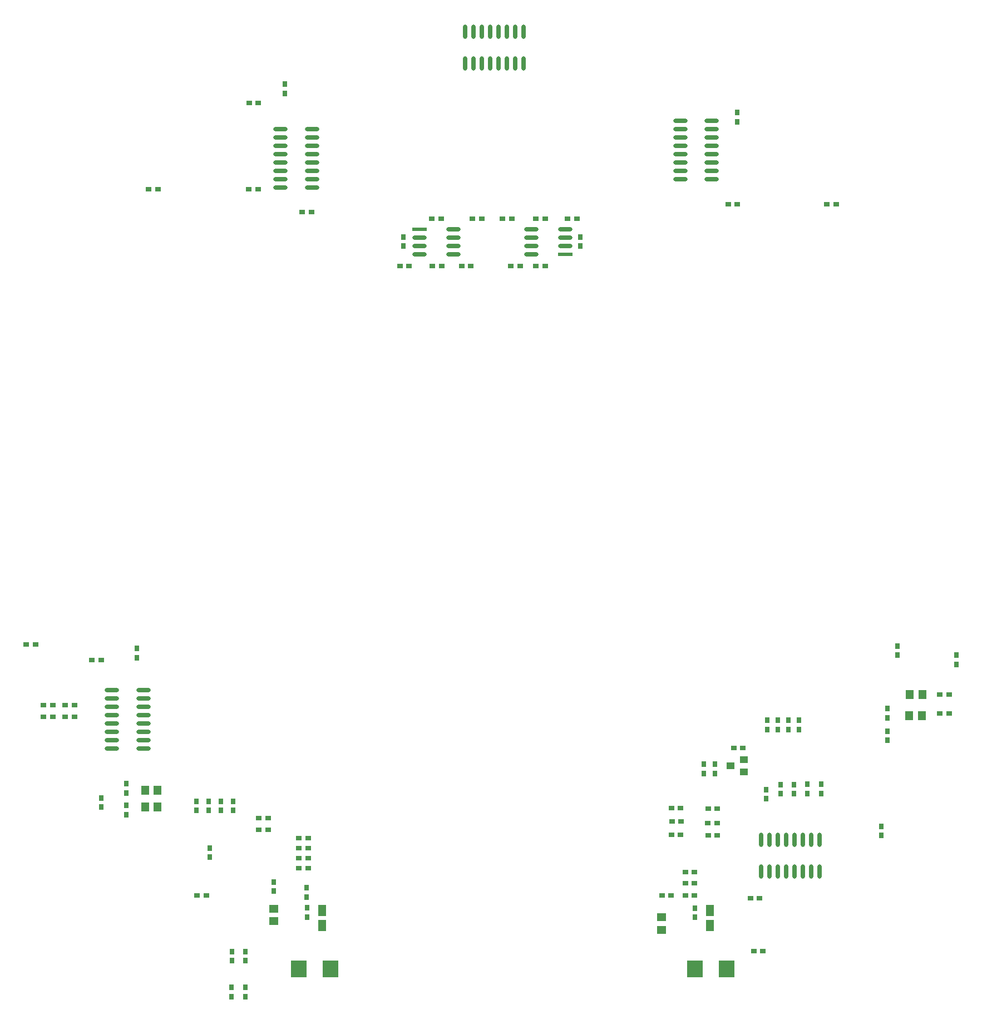
<source format=gtp>
%FSAX25Y25*%
%MOIN*%
G70*
G01*
G75*
G04 Layer_Color=8421504*
%ADD10O,0.08661X0.02362*%
%ADD11R,0.03000X0.03543*%
%ADD12R,0.05118X0.05512*%
%ADD13R,0.05512X0.05118*%
%ADD14R,0.03543X0.03000*%
%ADD15R,0.05000X0.06693*%
%ADD16R,0.04921X0.03937*%
%ADD17R,0.08661X0.02362*%
%ADD18O,0.08661X0.02362*%
%ADD19O,0.02362X0.08661*%
%ADD20R,0.09449X0.09843*%
%ADD21C,0.01575*%
%ADD22C,0.01181*%
%ADD23C,0.00984*%
%ADD24C,0.01000*%
%ADD25C,0.03150*%
%ADD26C,0.03937*%
%ADD27C,0.02756*%
%ADD28C,0.02362*%
%ADD29C,0.00591*%
%ADD30C,0.05906*%
%ADD31R,0.05906X0.05906*%
%ADD32C,0.05118*%
%ADD33C,0.07874*%
%ADD34O,0.10236X0.07874*%
%ADD35O,0.08268X0.07874*%
%ADD36R,0.05118X0.09843*%
%ADD37O,0.05118X0.09843*%
%ADD38R,0.06299X0.06299*%
%ADD39C,0.06299*%
%ADD40C,2.75591*%
%ADD41C,0.39370*%
%ADD42C,0.19685*%
%ADD43C,0.05500*%
%ADD44C,0.06693*%
%ADD45C,0.05000*%
%ADD46C,0.01969*%
%ADD47R,0.09646X0.09843*%
%ADD48R,0.09843X0.09449*%
%ADD49R,0.02362X0.08661*%
%ADD50O,0.02362X0.08661*%
%ADD51R,0.20866X0.07087*%
%ADD52O,0.03937X0.01024*%
%ADD53O,0.01024X0.03937*%
%ADD54R,0.03937X0.01024*%
%ADD55R,0.03543X0.01575*%
%ADD56R,0.09449X0.12598*%
%ADD57R,0.06693X0.05000*%
%ADD58R,0.09843X0.14961*%
%ADD59R,0.01969X0.05512*%
%ADD60O,0.08661X0.01575*%
%ADD61R,0.08661X0.01575*%
%ADD62R,0.18110X0.09252*%
%ADD63O,0.01378X0.06299*%
%ADD64R,0.07087X0.07874*%
%ADD65R,0.03543X0.01575*%
%ADD66R,0.09843X0.09646*%
%ADD67R,0.03937X0.04921*%
%ADD68O,0.02165X0.07874*%
%ADD69R,0.15000X0.19685*%
%ADD70R,0.01575X0.03543*%
%ADD71R,0.06000X0.06299*%
%ADD72R,0.06299X0.06000*%
%ADD73C,0.00787*%
%ADD74C,0.00141*%
%ADD75C,0.01378*%
%ADD76C,0.01200*%
D10*
X0659051Y0586000D02*
D03*
Y0581000D02*
D03*
Y0576000D02*
D03*
Y0571000D02*
D03*
Y0566000D02*
D03*
Y0561000D02*
D03*
Y0556000D02*
D03*
Y0551000D02*
D03*
X0677949Y0586000D02*
D03*
Y0581000D02*
D03*
Y0576000D02*
D03*
Y0571000D02*
D03*
Y0566000D02*
D03*
Y0561000D02*
D03*
Y0556000D02*
D03*
Y0551000D02*
D03*
X0999551Y0927000D02*
D03*
Y0922000D02*
D03*
Y0917000D02*
D03*
Y0912000D02*
D03*
Y0907000D02*
D03*
Y0902000D02*
D03*
Y0897000D02*
D03*
Y0892000D02*
D03*
X1018449Y0927000D02*
D03*
Y0922000D02*
D03*
Y0917000D02*
D03*
Y0912000D02*
D03*
Y0907000D02*
D03*
Y0902000D02*
D03*
Y0897000D02*
D03*
Y0892000D02*
D03*
X0778949Y0887000D02*
D03*
Y0892000D02*
D03*
Y0897000D02*
D03*
Y0902000D02*
D03*
Y0907000D02*
D03*
Y0912000D02*
D03*
Y0917000D02*
D03*
Y0922000D02*
D03*
X0760051Y0887000D02*
D03*
Y0892000D02*
D03*
Y0897000D02*
D03*
Y0902000D02*
D03*
Y0907000D02*
D03*
Y0912000D02*
D03*
Y0917000D02*
D03*
Y0922000D02*
D03*
D11*
X0667500Y0517000D02*
D03*
Y0511500D02*
D03*
Y0524500D02*
D03*
Y0530000D02*
D03*
X0775724Y0462155D02*
D03*
Y0467655D02*
D03*
X0775945Y0455764D02*
D03*
Y0450264D02*
D03*
X1008280Y0455535D02*
D03*
Y0450035D02*
D03*
X1123500Y0569512D02*
D03*
Y0575012D02*
D03*
Y0561500D02*
D03*
Y0556000D02*
D03*
X0939500Y0857500D02*
D03*
Y0852000D02*
D03*
X0674000Y0611000D02*
D03*
Y0605500D02*
D03*
X0833500Y0852000D02*
D03*
Y0857500D02*
D03*
X0652500Y0516000D02*
D03*
Y0521500D02*
D03*
X1120000Y0504500D02*
D03*
Y0499000D02*
D03*
X1165000Y0607000D02*
D03*
Y0601500D02*
D03*
X1033500Y0932000D02*
D03*
Y0926500D02*
D03*
X0755945Y0471276D02*
D03*
Y0465776D02*
D03*
X1084161Y0524130D02*
D03*
Y0529630D02*
D03*
X1075661Y0524130D02*
D03*
Y0529630D02*
D03*
X1020261Y0541650D02*
D03*
Y0536150D02*
D03*
X1067500Y0529500D02*
D03*
Y0524000D02*
D03*
X1059500D02*
D03*
Y0529500D02*
D03*
X0730500Y0402500D02*
D03*
Y0408000D02*
D03*
X0739000Y0402500D02*
D03*
Y0408000D02*
D03*
Y0429500D02*
D03*
Y0424000D02*
D03*
X0731000D02*
D03*
Y0429500D02*
D03*
X0762500Y0949000D02*
D03*
Y0943500D02*
D03*
X1129500Y0607000D02*
D03*
Y0612500D02*
D03*
X1013761Y0541650D02*
D03*
Y0536150D02*
D03*
X1070500Y0568000D02*
D03*
Y0562500D02*
D03*
X1064167Y0568000D02*
D03*
Y0562500D02*
D03*
X1057833Y0568000D02*
D03*
Y0562500D02*
D03*
X1051500Y0568000D02*
D03*
Y0562500D02*
D03*
X0731500Y0519500D02*
D03*
Y0514000D02*
D03*
X0724167Y0519500D02*
D03*
Y0514000D02*
D03*
X0716833Y0519500D02*
D03*
Y0514000D02*
D03*
X0709500Y0519500D02*
D03*
Y0514000D02*
D03*
X0717500Y0491500D02*
D03*
Y0486000D02*
D03*
X1051000Y0521000D02*
D03*
Y0526500D02*
D03*
D12*
X0686480Y0516000D02*
D03*
X0679000D02*
D03*
X0686480Y0526000D02*
D03*
X0679000D02*
D03*
X1137020Y0583382D02*
D03*
X1144500D02*
D03*
X1136770Y0570632D02*
D03*
X1144250D02*
D03*
D13*
X0755945Y0447795D02*
D03*
Y0455276D02*
D03*
X0988280Y0442567D02*
D03*
Y0450047D02*
D03*
D14*
X0747000Y0502500D02*
D03*
X0752500D02*
D03*
X0747000Y0509500D02*
D03*
X0752500D02*
D03*
X0771000Y0479500D02*
D03*
X0776500D02*
D03*
X0771000Y0485500D02*
D03*
X0776500D02*
D03*
X0771000Y0491500D02*
D03*
X0776500D02*
D03*
X0771000Y0497500D02*
D03*
X0776500D02*
D03*
X1008000Y0463000D02*
D03*
X1002500D02*
D03*
Y0470500D02*
D03*
X1008000D02*
D03*
X1002604Y0477177D02*
D03*
X1008104D02*
D03*
X1021780Y0515279D02*
D03*
X1016280D02*
D03*
X0994500Y0507500D02*
D03*
X1000000D02*
D03*
X1021780Y0499279D02*
D03*
X1016280D02*
D03*
X0999799Y0499433D02*
D03*
X0994299D02*
D03*
X0999799Y0515433D02*
D03*
X0994299D02*
D03*
X0932000Y0868500D02*
D03*
X0937500D02*
D03*
X0913000D02*
D03*
X0918500D02*
D03*
X0898500D02*
D03*
X0893000D02*
D03*
X0880500D02*
D03*
X0875000D02*
D03*
X0837000Y0840000D02*
D03*
X0831500D02*
D03*
X0856250Y0868500D02*
D03*
X0850750D02*
D03*
X0898012Y0840000D02*
D03*
X0903512D02*
D03*
X1047000Y0461500D02*
D03*
X1041500D02*
D03*
X0636500Y0577000D02*
D03*
X0631000D02*
D03*
X0618000D02*
D03*
X0623500D02*
D03*
X0631000Y0570000D02*
D03*
X0636500D02*
D03*
X0623500D02*
D03*
X0618000D02*
D03*
X0773000Y0872500D02*
D03*
X0778500D02*
D03*
X0746500Y0886000D02*
D03*
X0741000D02*
D03*
X0856500Y0840000D02*
D03*
X0851000D02*
D03*
X0913000D02*
D03*
X0918500D02*
D03*
X0607782Y0613341D02*
D03*
X0613281D02*
D03*
X0715500Y0463000D02*
D03*
X0710000D02*
D03*
X1049140Y0429661D02*
D03*
X1043640D02*
D03*
X1092910Y0876974D02*
D03*
X1087409D02*
D03*
X1033721Y0876972D02*
D03*
X1028221D02*
D03*
X0741282Y0937839D02*
D03*
X0746781D02*
D03*
X0681090Y0886026D02*
D03*
X0686590D02*
D03*
X0994000Y0463000D02*
D03*
X0988500D02*
D03*
X1021500Y0506500D02*
D03*
X1016000D02*
D03*
X1160500Y0572000D02*
D03*
X1155000D02*
D03*
X1160500Y0583500D02*
D03*
X1155000D02*
D03*
X0647000Y0604000D02*
D03*
X0652500D02*
D03*
X1037000Y0551500D02*
D03*
X1031500D02*
D03*
X0868500Y0840000D02*
D03*
X0874000D02*
D03*
D15*
X1017280Y0454047D02*
D03*
Y0445047D02*
D03*
X0784945Y0454276D02*
D03*
Y0445276D02*
D03*
D16*
X1037500Y0537000D02*
D03*
Y0544500D02*
D03*
X1029500Y0540800D02*
D03*
D17*
X0930701Y0847008D02*
D03*
X0843299Y0862008D02*
D03*
D18*
X0910228D02*
D03*
Y0857008D02*
D03*
Y0852008D02*
D03*
Y0847008D02*
D03*
X0930701Y0862008D02*
D03*
Y0857008D02*
D03*
Y0852008D02*
D03*
X0863772Y0847008D02*
D03*
Y0852008D02*
D03*
Y0857008D02*
D03*
Y0862008D02*
D03*
X0843299Y0847008D02*
D03*
Y0852008D02*
D03*
Y0857008D02*
D03*
D19*
X0870500Y0961551D02*
D03*
X0875500D02*
D03*
X0880500D02*
D03*
X0885500D02*
D03*
X0890500D02*
D03*
X0895500D02*
D03*
X0900500D02*
D03*
X0905500D02*
D03*
X0870500Y0980449D02*
D03*
X0875500D02*
D03*
X0880500D02*
D03*
X0885500D02*
D03*
X0890500D02*
D03*
X0895500D02*
D03*
X0900500D02*
D03*
X0905500D02*
D03*
X1047858Y0477583D02*
D03*
X1052858D02*
D03*
X1057858D02*
D03*
X1062858D02*
D03*
X1067858D02*
D03*
X1072858D02*
D03*
X1077858D02*
D03*
X1082858D02*
D03*
X1047858Y0496480D02*
D03*
X1052858D02*
D03*
X1057858D02*
D03*
X1062858D02*
D03*
X1067858D02*
D03*
X1072858D02*
D03*
X1077858D02*
D03*
X1082858D02*
D03*
D20*
X1008390Y0419047D02*
D03*
X1027169D02*
D03*
X0771055Y0419276D02*
D03*
X0789835D02*
D03*
M02*

</source>
